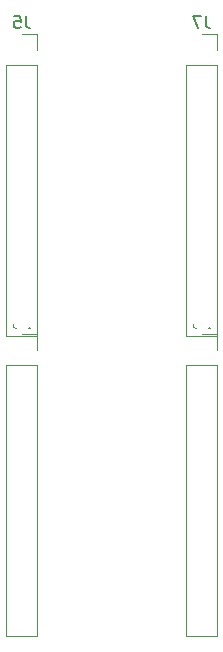
<source format=gbo>
G04 #@! TF.GenerationSoftware,KiCad,Pcbnew,8.0.1*
G04 #@! TF.CreationDate,2025-01-27T18:08:07-06:00*
G04 #@! TF.ProjectId,level-shifter,6c657665-6c2d-4736-9869-667465722e6b,rev?*
G04 #@! TF.SameCoordinates,Original*
G04 #@! TF.FileFunction,Legend,Bot*
G04 #@! TF.FilePolarity,Positive*
%FSLAX46Y46*%
G04 Gerber Fmt 4.6, Leading zero omitted, Abs format (unit mm)*
G04 Created by KiCad (PCBNEW 8.0.1) date 2025-01-27 18:08:07*
%MOMM*%
%LPD*%
G01*
G04 APERTURE LIST*
%ADD10C,0.150000*%
%ADD11C,0.120000*%
%ADD12R,1.700000X1.700000*%
%ADD13O,1.700000X1.700000*%
%ADD14O,1.100000X1.700000*%
G04 APERTURE END LIST*
D10*
X155573333Y-88599819D02*
X155573333Y-89314104D01*
X155573333Y-89314104D02*
X155620952Y-89456961D01*
X155620952Y-89456961D02*
X155716190Y-89552200D01*
X155716190Y-89552200D02*
X155859047Y-89599819D01*
X155859047Y-89599819D02*
X155954285Y-89599819D01*
X154954285Y-89028390D02*
X155049523Y-88980771D01*
X155049523Y-88980771D02*
X155097142Y-88933152D01*
X155097142Y-88933152D02*
X155144761Y-88837914D01*
X155144761Y-88837914D02*
X155144761Y-88790295D01*
X155144761Y-88790295D02*
X155097142Y-88695057D01*
X155097142Y-88695057D02*
X155049523Y-88647438D01*
X155049523Y-88647438D02*
X154954285Y-88599819D01*
X154954285Y-88599819D02*
X154763809Y-88599819D01*
X154763809Y-88599819D02*
X154668571Y-88647438D01*
X154668571Y-88647438D02*
X154620952Y-88695057D01*
X154620952Y-88695057D02*
X154573333Y-88790295D01*
X154573333Y-88790295D02*
X154573333Y-88837914D01*
X154573333Y-88837914D02*
X154620952Y-88933152D01*
X154620952Y-88933152D02*
X154668571Y-88980771D01*
X154668571Y-88980771D02*
X154763809Y-89028390D01*
X154763809Y-89028390D02*
X154954285Y-89028390D01*
X154954285Y-89028390D02*
X155049523Y-89076009D01*
X155049523Y-89076009D02*
X155097142Y-89123628D01*
X155097142Y-89123628D02*
X155144761Y-89218866D01*
X155144761Y-89218866D02*
X155144761Y-89409342D01*
X155144761Y-89409342D02*
X155097142Y-89504580D01*
X155097142Y-89504580D02*
X155049523Y-89552200D01*
X155049523Y-89552200D02*
X154954285Y-89599819D01*
X154954285Y-89599819D02*
X154763809Y-89599819D01*
X154763809Y-89599819D02*
X154668571Y-89552200D01*
X154668571Y-89552200D02*
X154620952Y-89504580D01*
X154620952Y-89504580D02*
X154573333Y-89409342D01*
X154573333Y-89409342D02*
X154573333Y-89218866D01*
X154573333Y-89218866D02*
X154620952Y-89123628D01*
X154620952Y-89123628D02*
X154668571Y-89076009D01*
X154668571Y-89076009D02*
X154763809Y-89028390D01*
X155573333Y-63199819D02*
X155573333Y-63914104D01*
X155573333Y-63914104D02*
X155620952Y-64056961D01*
X155620952Y-64056961D02*
X155716190Y-64152200D01*
X155716190Y-64152200D02*
X155859047Y-64199819D01*
X155859047Y-64199819D02*
X155954285Y-64199819D01*
X155192380Y-63199819D02*
X154525714Y-63199819D01*
X154525714Y-63199819D02*
X154954285Y-64199819D01*
X140333333Y-88599819D02*
X140333333Y-89314104D01*
X140333333Y-89314104D02*
X140380952Y-89456961D01*
X140380952Y-89456961D02*
X140476190Y-89552200D01*
X140476190Y-89552200D02*
X140619047Y-89599819D01*
X140619047Y-89599819D02*
X140714285Y-89599819D01*
X139428571Y-88599819D02*
X139619047Y-88599819D01*
X139619047Y-88599819D02*
X139714285Y-88647438D01*
X139714285Y-88647438D02*
X139761904Y-88695057D01*
X139761904Y-88695057D02*
X139857142Y-88837914D01*
X139857142Y-88837914D02*
X139904761Y-89028390D01*
X139904761Y-89028390D02*
X139904761Y-89409342D01*
X139904761Y-89409342D02*
X139857142Y-89504580D01*
X139857142Y-89504580D02*
X139809523Y-89552200D01*
X139809523Y-89552200D02*
X139714285Y-89599819D01*
X139714285Y-89599819D02*
X139523809Y-89599819D01*
X139523809Y-89599819D02*
X139428571Y-89552200D01*
X139428571Y-89552200D02*
X139380952Y-89504580D01*
X139380952Y-89504580D02*
X139333333Y-89409342D01*
X139333333Y-89409342D02*
X139333333Y-89171247D01*
X139333333Y-89171247D02*
X139380952Y-89076009D01*
X139380952Y-89076009D02*
X139428571Y-89028390D01*
X139428571Y-89028390D02*
X139523809Y-88980771D01*
X139523809Y-88980771D02*
X139714285Y-88980771D01*
X139714285Y-88980771D02*
X139809523Y-89028390D01*
X139809523Y-89028390D02*
X139857142Y-89076009D01*
X139857142Y-89076009D02*
X139904761Y-89171247D01*
X140333333Y-63199819D02*
X140333333Y-63914104D01*
X140333333Y-63914104D02*
X140380952Y-64056961D01*
X140380952Y-64056961D02*
X140476190Y-64152200D01*
X140476190Y-64152200D02*
X140619047Y-64199819D01*
X140619047Y-64199819D02*
X140714285Y-64199819D01*
X139380952Y-63199819D02*
X139857142Y-63199819D01*
X139857142Y-63199819D02*
X139904761Y-63676009D01*
X139904761Y-63676009D02*
X139857142Y-63628390D01*
X139857142Y-63628390D02*
X139761904Y-63580771D01*
X139761904Y-63580771D02*
X139523809Y-63580771D01*
X139523809Y-63580771D02*
X139428571Y-63628390D01*
X139428571Y-63628390D02*
X139380952Y-63676009D01*
X139380952Y-63676009D02*
X139333333Y-63771247D01*
X139333333Y-63771247D02*
X139333333Y-64009342D01*
X139333333Y-64009342D02*
X139380952Y-64104580D01*
X139380952Y-64104580D02*
X139428571Y-64152200D01*
X139428571Y-64152200D02*
X139523809Y-64199819D01*
X139523809Y-64199819D02*
X139761904Y-64199819D01*
X139761904Y-64199819D02*
X139857142Y-64152200D01*
X139857142Y-64152200D02*
X139904761Y-64104580D01*
D11*
X153910000Y-92745000D02*
X156570000Y-92745000D01*
X153910000Y-115665000D02*
X153910000Y-92745000D01*
X153910000Y-115665000D02*
X156570000Y-115665000D01*
X155240000Y-90145000D02*
X156570000Y-90145000D01*
X156570000Y-90145000D02*
X156570000Y-91475000D01*
X156570000Y-115665000D02*
X156570000Y-92745000D01*
X153910000Y-67345000D02*
X156570000Y-67345000D01*
X153910000Y-90265000D02*
X153910000Y-67345000D01*
X153910000Y-90265000D02*
X156570000Y-90265000D01*
X155240000Y-64745000D02*
X156570000Y-64745000D01*
X156570000Y-64745000D02*
X156570000Y-66075000D01*
X156570000Y-90265000D02*
X156570000Y-67345000D01*
X138670000Y-92745000D02*
X141330000Y-92745000D01*
X138670000Y-115665000D02*
X138670000Y-92745000D01*
X138670000Y-115665000D02*
X141330000Y-115665000D01*
X140000000Y-90145000D02*
X141330000Y-90145000D01*
X141330000Y-90145000D02*
X141330000Y-91475000D01*
X141330000Y-115665000D02*
X141330000Y-92745000D01*
X138670000Y-67345000D02*
X141330000Y-67345000D01*
X138670000Y-90265000D02*
X138670000Y-67345000D01*
X138670000Y-90265000D02*
X141330000Y-90265000D01*
X140000000Y-64745000D02*
X141330000Y-64745000D01*
X141330000Y-64745000D02*
X141330000Y-66075000D01*
X141330000Y-90265000D02*
X141330000Y-67345000D01*
%LPC*%
D12*
X175400000Y-91475000D03*
D13*
X175400000Y-94015000D03*
X175400000Y-96555000D03*
X175400000Y-99095000D03*
X175400000Y-101635000D03*
X175400000Y-104175000D03*
X175400000Y-106715000D03*
X175400000Y-109255000D03*
X175400000Y-111795000D03*
X175400000Y-114335000D03*
D12*
X175400000Y-66075000D03*
D13*
X175400000Y-68615000D03*
X175400000Y-71155000D03*
X175400000Y-73695000D03*
X175400000Y-76235000D03*
X175400000Y-78775000D03*
X175400000Y-81315000D03*
X175400000Y-83855000D03*
X175400000Y-86395000D03*
X175400000Y-88935000D03*
D12*
X120700000Y-66075000D03*
D13*
X120700000Y-68615000D03*
X120700000Y-71155000D03*
X120700000Y-73695000D03*
X120700000Y-76235000D03*
X120700000Y-78775000D03*
X120700000Y-81315000D03*
X120700000Y-83855000D03*
X120700000Y-86395000D03*
X120700000Y-88935000D03*
D14*
X152170000Y-52700000D03*
X152170000Y-48900000D03*
X143530000Y-52700000D03*
X143530000Y-48900000D03*
D12*
X120700000Y-91475000D03*
D13*
X120700000Y-94015000D03*
X120700000Y-96555000D03*
X120700000Y-99095000D03*
X120700000Y-101635000D03*
X120700000Y-104175000D03*
X120700000Y-106715000D03*
X120700000Y-109255000D03*
X120700000Y-111795000D03*
X120700000Y-114335000D03*
D12*
X155240000Y-91475000D03*
D13*
X155240000Y-94015000D03*
X155240000Y-96555000D03*
X155240000Y-99095000D03*
X155240000Y-101635000D03*
X155240000Y-104175000D03*
X155240000Y-106715000D03*
X155240000Y-109255000D03*
X155240000Y-111795000D03*
X155240000Y-114335000D03*
D12*
X155240000Y-66075000D03*
D13*
X155240000Y-68615000D03*
X155240000Y-71155000D03*
X155240000Y-73695000D03*
X155240000Y-76235000D03*
X155240000Y-78775000D03*
X155240000Y-81315000D03*
X155240000Y-83855000D03*
X155240000Y-86395000D03*
X155240000Y-88935000D03*
D12*
X140000000Y-91475000D03*
D13*
X140000000Y-94015000D03*
X140000000Y-96555000D03*
X140000000Y-99095000D03*
X140000000Y-101635000D03*
X140000000Y-104175000D03*
X140000000Y-106715000D03*
X140000000Y-109255000D03*
X140000000Y-111795000D03*
X140000000Y-114335000D03*
D12*
X140000000Y-66075000D03*
D13*
X140000000Y-68615000D03*
X140000000Y-71155000D03*
X140000000Y-73695000D03*
X140000000Y-76235000D03*
X140000000Y-78775000D03*
X140000000Y-81315000D03*
X140000000Y-83855000D03*
X140000000Y-86395000D03*
X140000000Y-88935000D03*
%LPD*%
M02*

</source>
